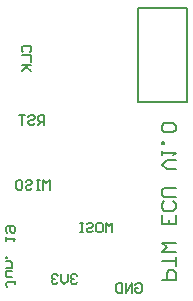
<source format=gbo>
%FSDAX25Y25*%
%MOIN*%
%SFA1B1*%

%IPPOS*%
%ADD42C,0.007870*%
%ADD44C,0.006000*%
%ADD75C,0.008000*%
%LNptw_ecu_original-1*%
%LPD*%
G54D42*
X0162441Y0213937D02*
X0178976D01*
X0162441Y0182441D02*
X0178976D01*
Y0213937*
X0162441Y0182441D02*
Y0213937D01*
G54D44*
X0121545Y0122959D02*
Y0121893D01*
Y0122426*
X0118880*
X0118347Y0121893*
Y0121360*
X0118880Y0120827*
X0120479Y0124026D02*
X0118880D01*
X0118347Y0124559*
Y0126158*
X0120479*
X0118347Y0127225D02*
X0120479D01*
Y0128824*
X0119946Y0129357*
X0118347*
Y0130424D02*
X0118880D01*
Y0130957*
X0118347*
Y0130424*
Y0136288D02*
Y0137355D01*
Y0136822*
X0121545*
X0121012Y0136288*
X0118880Y0138954D02*
X0118347Y0139487D01*
Y0140554*
X0118880Y0141087*
X0121012*
X0121545Y0140554*
Y0139487*
X0121012Y0138954*
X0120479*
X0119946Y0139487*
Y0141087*
X0131339Y0174862D02*
Y0178061D01*
X0129739*
X0129206Y0177528*
Y0176462*
X0129739Y0175928*
X0131339*
X0130272D02*
X0129206Y0174862D01*
X0126007Y0177528D02*
X0126540Y0178061D01*
X0127606*
X0128140Y0177528*
Y0176995*
X0127606Y0176462*
X0126540*
X0126007Y0175928*
Y0175395*
X0126540Y0174862*
X0127606*
X0128140Y0175395*
X0124941Y0178061D02*
X0122808D01*
X0123874*
Y0174862*
X0124244Y0199108D02*
X0123711Y0199641D01*
Y0200707*
X0124244Y0201240*
X0126376*
X0126909Y0200707*
Y0199641*
X0126376Y0199108*
X0123711Y0198041D02*
X0126909D01*
Y0195908*
X0123711Y0194842D02*
X0126909D01*
X0125843*
X0123711Y0192710*
X0125310Y0194309*
X0126909Y0192710*
X0153878Y0139035D02*
Y0142234D01*
X0152812Y0141168*
X0151745Y0142234*
Y0139035*
X0149080Y0142234D02*
X0150146D01*
X0150679Y0141701*
Y0139569*
X0150146Y0139035*
X0149080*
X0148546Y0139569*
Y0141701*
X0149080Y0142234*
X0145347Y0141701D02*
X0145880Y0142234D01*
X0146947*
X0147480Y0141701*
Y0141168*
X0146947Y0140635*
X0145880*
X0145347Y0140102*
Y0139569*
X0145880Y0139035*
X0146947*
X0147480Y0139569*
X0144281Y0142234D02*
X0143215D01*
X0143748*
Y0139035*
X0144281*
X0143215*
X0133012Y0153209D02*
Y0156408D01*
X0131946Y0155341*
X0130879Y0156408*
Y0153209*
X0129813Y0156408D02*
X0128746D01*
X0129280*
Y0153209*
X0129813*
X0128746*
X0125014Y0155875D02*
X0125548Y0156408D01*
X0126614*
X0127147Y0155875*
Y0155341*
X0126614Y0154808*
X0125548*
X0125014Y0154275*
Y0153742*
X0125548Y0153209*
X0126614*
X0127147Y0153742*
X0122349Y0156408D02*
X0123415D01*
X0123948Y0155875*
Y0153742*
X0123415Y0153209*
X0122349*
X0121815Y0153742*
Y0155875*
X0122349Y0156408*
X0161588Y0121524D02*
X0162121Y0122057D01*
X0163187*
X0163721Y0121524*
Y0119391*
X0163187Y0118858*
X0162121*
X0161588Y0119391*
Y0120458*
X0162654*
X0160521Y0118858D02*
Y0122057D01*
X0158389Y0118858*
Y0122057*
X0157323D02*
Y0118858D01*
X0155723*
X0155190Y0119391*
Y0121524*
X0155723Y0122057*
X0157323*
X0142264Y0124477D02*
X0141731Y0125010D01*
X0140664*
X0140131Y0124477*
Y0123944*
X0140664Y0123410*
X0141198*
X0140664*
X0140131Y0122877*
Y0122344*
X0140664Y0121811*
X0141731*
X0142264Y0122344*
X0139065Y0125010D02*
Y0122877D01*
X0137998Y0121811*
X0136932Y0122877*
Y0125010*
X0135866Y0124477D02*
X0135333Y0125010D01*
X0134266*
X0133733Y0124477*
Y0123944*
X0134266Y0123410*
X0134800*
X0134266*
X0133733Y0122877*
Y0122344*
X0134266Y0121811*
X0135333*
X0135866Y0122344*
G54D75*
X0170512Y0123287D02*
X0175110D01*
Y0125587*
X0174344Y0126353*
X0172811*
X0172045Y0125587*
Y0123287*
X0175110Y0127886D02*
Y0130952D01*
Y0129419*
X0170512*
X0175110Y0132484D02*
X0170512D01*
X0172045Y0134017*
X0170512Y0135550*
X0175110*
Y0144747D02*
Y0141681D01*
X0170512*
Y0144747*
X0172811Y0141681D02*
Y0143214D01*
X0174344Y0149346D02*
X0175110Y0148579D01*
Y0147046*
X0174344Y0146280*
X0171278*
X0170512Y0147046*
Y0148579*
X0171278Y0149346*
X0175110Y0150879D02*
X0171278D01*
X0170512Y0151645*
Y0153178*
X0171278Y0153944*
X0175110*
Y0160075D02*
X0172045D01*
X0170512Y0161608*
X0172045Y0163141*
X0175110*
X0170512Y0164674D02*
Y0166207D01*
Y0165440*
X0175110*
X0174344Y0164674*
X0170512Y0168506D02*
X0171278D01*
Y0169272*
X0170512*
Y0168506*
X0174344Y0172338D02*
X0175110Y0173105D01*
Y0174637*
X0174344Y0175404*
X0171278*
X0170512Y0174637*
Y0173105*
X0171278Y0172338*
X0174344*
M02*
</source>
